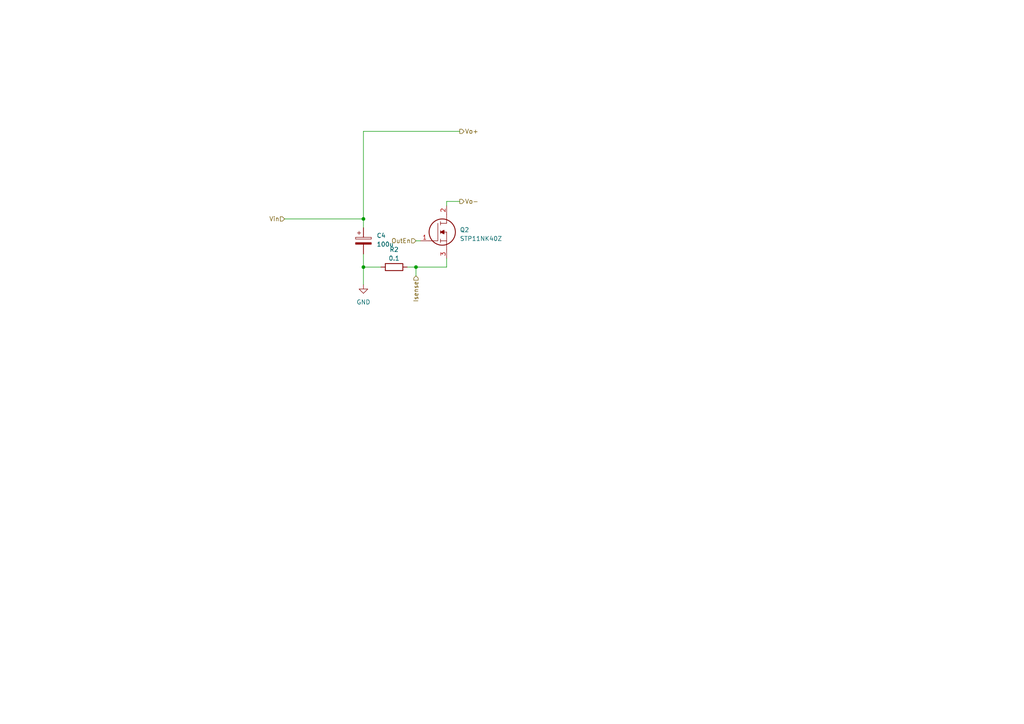
<source format=kicad_sch>
(kicad_sch (version 20230121) (generator eeschema)
  (paper "A4")
  (lib_symbols
    (symbol "Device:C_Polarized" (pin_numbers hide) (pin_names (offset 0.254))
      (property "Reference" "C" (at 0.635 2.54 0))
      (property "Value" "C_Polarized" (at 0.635 -2.54 0))
      (symbol "C_Polarized_0_1"
        (rectangle (start -2.286 0.508) (end 2.286 1.016))
        (polyline (pts (xy -1.778 2.286) (xy -0.762 2.286)))
        (polyline (pts (xy -1.27 2.794) (xy -1.27 1.778)))
        (rectangle (start 2.286 -0.508) (end -2.286 -1.016) (fill (type outline)))
      )
      (symbol "C_Polarized_1_1"
        (pin passive line (at 0 3.81 270) (length 2.794) (name "~") (number "1"))
        (pin passive line (at 0 -3.81 90) (length 2.794) (name "~") (number "2"))
      )
    )
    (symbol "Device:R" (pin_numbers hide) (pin_names (offset 0))
      (property "Reference" "R" (at 2.032 0 90))
      (property "Value" "R" (at 0 0 90))
      (symbol "R_0_1"
        (rectangle (start -1.016 -2.54) (end 1.016 2.54) (stroke (width 0.254)))
      )
      (symbol "R_1_1"
        (pin passive line (at 0 3.81 270) (length 1.27) (name "~") (number "1"))
        (pin passive line (at 0 -3.81 90) (length 1.27) (name "~") (number "2"))
      )
    )
    (symbol "ProjLib:STP11NK40Z" (pin_names (offset 0.762))
      (property "Reference" "Q" (at 11.43 3.81 0))
      (property "Value" "STP11NK40Z" (at 11.43 1.27 0))
      (symbol "STP11NK40Z_0_0"
        (pin passive line (at 0 0 0) (length 2.54) (name "~") (number "1"))
        (pin passive line (at 7.62 10.16 270) (length 2.54) (name "~") (number "2"))
        (pin passive line (at 7.62 -5.08 90) (length 2.54) (name "~") (number "3"))
      )
      (symbol "STP11NK40Z_0_1"
        (polyline (pts (xy 5.842 -0.508) (xy 5.842 0.508)) (stroke (width 0.1524)))
        (polyline (pts (xy 5.842 0) (xy 7.62 0)) (stroke (width 0.1524)))
        (polyline (pts (xy 5.842 2.032) (xy 5.842 3.048)) (stroke (width 0.1524)))
        (polyline (pts (xy 5.842 5.588) (xy 5.842 4.572)) (stroke (width 0.1524)))
        (polyline (pts (xy 7.62 2.54) (xy 5.842 2.54)) (stroke (width 0.1524)))
        (polyline (pts (xy 7.62 2.54) (xy 7.62 -2.54)) (stroke (width 0.1524)))
        (polyline (pts (xy 7.62 5.08) (xy 5.842 5.08)) (stroke (width 0.1524)))
        (polyline (pts (xy 7.62 5.08) (xy 7.62 7.62)) (stroke (width 0.1524)))
        (polyline (pts (xy 2.54 0) (xy 5.08 0) (xy 5.08 5.08)) (stroke (width 0.1524)))
        (polyline (pts (xy 5.842 2.54) (xy 6.858 3.048) (xy 6.858 2.032) (xy 5.842 2.54)) (stroke (width 0.254)) (fill (type outline)))
        (circle (center 6.35 2.54) (radius 3.81) (stroke (width 0.254)))
      )
    )
    (symbol "power:GND" (power) (pin_names (offset 0))
      (property "Value" "GND" (at 0 -3.81 0))
      (symbol "GND_0_1"
        (polyline (pts (xy 0 0) (xy 0 -1.27) (xy 1.27 -1.27) (xy 0 -2.54) (xy -1.27 -1.27) (xy 0 -1.27)))
      )
      (symbol "GND_1_1"
        (pin power_in line (at 0 0 270) (length 0) hide (name "GND") (number "1"))
      )
    )
  )
  (junction (at 105.41 63.5))
  (junction (at 120.65 77.47))
  (junction (at 105.41 77.47))
  (wire (pts (xy 105.41 66.04) (xy 105.41 63.5)))
  (wire (pts (xy 120.65 77.47) (xy 118.11 77.47)))
  (wire (pts (xy 82.55 63.5) (xy 105.41 63.5)))
  (wire (pts (xy 105.41 38.1) (xy 133.35 38.1)))
  (wire (pts (xy 120.65 80.01) (xy 120.65 77.47)))
  (wire (pts (xy 129.54 77.47) (xy 129.54 74.93)))
  (wire (pts (xy 105.41 77.47) (xy 105.41 73.66)))
  (wire (pts (xy 129.54 59.69) (xy 129.54 58.42)))
  (wire (pts (xy 120.65 77.47) (xy 129.54 77.47)))
  (wire (pts (xy 120.65 69.85) (xy 121.92 69.85)))
  (wire (pts (xy 105.41 38.1) (xy 105.41 63.5)))
  (wire (pts (xy 105.41 77.47) (xy 110.49 77.47)))
  (wire (pts (xy 129.54 58.42) (xy 133.35 58.42)))
  (wire (pts (xy 105.41 82.55) (xy 105.41 77.47)))
  (hierarchical_label "Vin" (shape input) (at 82.55 63.5 180))
  (hierarchical_label "OutEn" (shape input) (at 120.65 69.85 180))
  (hierarchical_label "Vo-" (shape output) (at 133.35 58.42 0))
  (hierarchical_label "Vo+" (shape output) (at 133.35 38.1 0))
  (hierarchical_label "Isense" (shape input) (at 120.65 80.01 270))
  (symbol (lib_id "power:GND") (at 105.41 82.55 0) (unit 1)
    (property "Reference" "#PWR010" (effects hide))
    (property "Value" "GND" (at 105.41 87.63 0))
  )
  (symbol (lib_id "Device:C_Polarized") (at 105.41 69.85 0) (unit 1)
    (property "Reference" "C4" (at 109.22 68.326 0) (effects (justify left)))
    (property "Value" "100u" (at 109.22 70.866 0) (effects (justify left)))
  )
  (symbol (lib_id "ProjLib:STP11NK40Z") (at 121.92 69.85 0) (unit 1)
    (property "Reference" "Q2" (at 133.35 66.675 0) (effects (justify left)))
    (property "Value" "STP11NK40Z" (at 133.35 69.215 0) (effects (justify left)))
    (property "Footprint" "TO255P460X1020X2008-3P" (effects hide))
    (property "Datasheet" "https://componentsearchengine.com/Datasheets/2/STP11NK40Z.pdf" (effects hide))
    (property "Description" "N-channel MOSFET,STP11NK40Z 9A 400V" (effects hide))
    (property "Height" "4.6" (effects hide))
    (property "Manufacturer_Name" "STMicroelectronics" (effects hide))
    (property "Manufacturer_Part_Number" "STP11NK40Z" (effects hide))
    (property "Mouser Part Number" "511-STP11NK40Z" (effects hide))
    (property "Mouser Price/Stock" "https://www.mouser.co.uk/ProductDetail/STMicroelectronics/STP11NK40Z?qs=mLGruWOCTdHv0iaks22itg%3D%3D" (effects hide))
    (property "Arrow Part Number" "STP11NK40Z" (effects hide))
    (property "Arrow Price/Stock" "https://www.arrow.com/en/products/stp11nk40z/stmicroelectronics" (effects hide))
    (instances (project "Alim_1000W" (path "" (reference "Q2") (unit 1)) (path "" (reference "Q3") (unit 1))))
  )
  (symbol (lib_id "Device:R") (at 114.3 77.47 90) (unit 1)
    (property "Reference" "R2" (at 114.3 72.39 90))
    (property "Value" "0.1" (at 114.3 74.93 90))
  )
)
</source>
